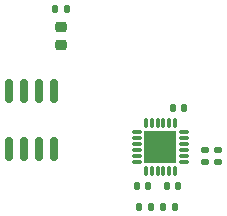
<source format=gbr>
%TF.GenerationSoftware,KiCad,Pcbnew,(6.0.0-0)*%
%TF.CreationDate,2022-03-05T22:15:36-05:00*%
%TF.ProjectId,imu,696d752e-6b69-4636-9164-5f7063625858,rev?*%
%TF.SameCoordinates,Original*%
%TF.FileFunction,Paste,Top*%
%TF.FilePolarity,Positive*%
%FSLAX46Y46*%
G04 Gerber Fmt 4.6, Leading zero omitted, Abs format (unit mm)*
G04 Created by KiCad (PCBNEW (6.0.0-0)) date 2022-03-05 22:15:36*
%MOMM*%
%LPD*%
G01*
G04 APERTURE LIST*
G04 Aperture macros list*
%AMRoundRect*
0 Rectangle with rounded corners*
0 $1 Rounding radius*
0 $2 $3 $4 $5 $6 $7 $8 $9 X,Y pos of 4 corners*
0 Add a 4 corners polygon primitive as box body*
4,1,4,$2,$3,$4,$5,$6,$7,$8,$9,$2,$3,0*
0 Add four circle primitives for the rounded corners*
1,1,$1+$1,$2,$3*
1,1,$1+$1,$4,$5*
1,1,$1+$1,$6,$7*
1,1,$1+$1,$8,$9*
0 Add four rect primitives between the rounded corners*
20,1,$1+$1,$2,$3,$4,$5,0*
20,1,$1+$1,$4,$5,$6,$7,0*
20,1,$1+$1,$6,$7,$8,$9,0*
20,1,$1+$1,$8,$9,$2,$3,0*%
G04 Aperture macros list end*
%ADD10RoundRect,0.140000X-0.140000X-0.170000X0.140000X-0.170000X0.140000X0.170000X-0.140000X0.170000X0*%
%ADD11RoundRect,0.140000X0.140000X0.170000X-0.140000X0.170000X-0.140000X-0.170000X0.140000X-0.170000X0*%
%ADD12RoundRect,0.135000X0.135000X0.185000X-0.135000X0.185000X-0.135000X-0.185000X0.135000X-0.185000X0*%
%ADD13RoundRect,0.140000X0.170000X-0.140000X0.170000X0.140000X-0.170000X0.140000X-0.170000X-0.140000X0*%
%ADD14RoundRect,0.070000X-0.330000X0.070000X-0.330000X-0.070000X0.330000X-0.070000X0.330000X0.070000X0*%
%ADD15RoundRect,0.070000X-0.070000X-0.330000X0.070000X-0.330000X0.070000X0.330000X-0.070000X0.330000X0*%
%ADD16RoundRect,0.070000X0.070000X0.330000X-0.070000X0.330000X-0.070000X-0.330000X0.070000X-0.330000X0*%
%ADD17R,2.700000X2.700000*%
%ADD18RoundRect,0.150000X0.150000X-0.825000X0.150000X0.825000X-0.150000X0.825000X-0.150000X-0.825000X0*%
%ADD19RoundRect,0.218750X-0.256250X0.218750X-0.256250X-0.218750X0.256250X-0.218750X0.256250X0.218750X0*%
G04 APERTURE END LIST*
D10*
%TO.C,C5*%
X107978000Y-72136000D03*
X108938000Y-72136000D03*
%TD*%
D11*
%TO.C,C1*%
X105890000Y-78740000D03*
X104930000Y-78740000D03*
%TD*%
D12*
%TO.C,R3*%
X99062000Y-63754000D03*
X98042000Y-63754000D03*
%TD*%
D13*
%TO.C,C2*%
X111808000Y-76680000D03*
X111808000Y-75720000D03*
%TD*%
D14*
%TO.C,U1*%
X104934000Y-74188000D03*
X104934000Y-74688000D03*
X104934000Y-75188000D03*
X104934000Y-75688000D03*
X104934000Y-76188000D03*
X104934000Y-76688000D03*
D15*
X105684000Y-77438000D03*
X106184000Y-77438000D03*
X106684000Y-77438000D03*
X107184000Y-77438000D03*
X107684000Y-77438000D03*
X108184000Y-77438000D03*
D14*
X108934000Y-76688000D03*
X108934000Y-76188000D03*
X108934000Y-75688000D03*
X108934000Y-75188000D03*
X108934000Y-74688000D03*
X108934000Y-74188000D03*
D15*
X108184000Y-73438000D03*
D16*
X107684000Y-73438000D03*
D15*
X107184000Y-73438000D03*
X106684000Y-73438000D03*
X106184000Y-73438000D03*
X105684000Y-73438000D03*
D17*
X106934000Y-75438000D03*
%TD*%
D18*
%TO.C,U3*%
X94107000Y-75627000D03*
X95377000Y-75627000D03*
X96647000Y-75627000D03*
X97917000Y-75627000D03*
X97917000Y-70677000D03*
X96647000Y-70677000D03*
X95377000Y-70677000D03*
X94107000Y-70677000D03*
%TD*%
D19*
%TO.C,D1*%
X98552000Y-66827500D03*
X98552000Y-65252500D03*
%TD*%
D10*
%TO.C,C4*%
X107470000Y-78740000D03*
X108430000Y-78740000D03*
%TD*%
D13*
%TO.C,C3*%
X110744000Y-76680000D03*
X110744000Y-75720000D03*
%TD*%
D12*
%TO.C,R2*%
X106174000Y-80518000D03*
X105154000Y-80518000D03*
%TD*%
%TO.C,R1*%
X108206000Y-80518000D03*
X107186000Y-80518000D03*
%TD*%
M02*

</source>
